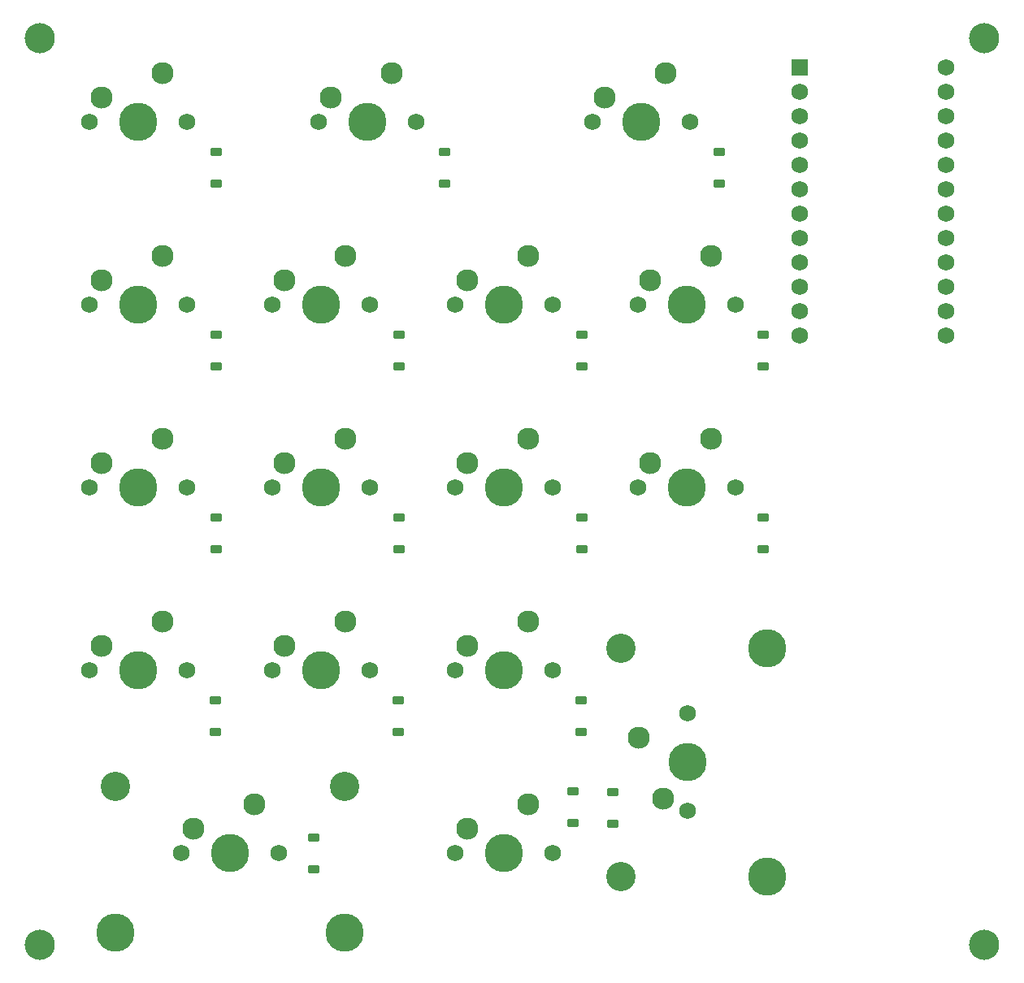
<source format=gbr>
%TF.GenerationSoftware,KiCad,Pcbnew,8.0.2*%
%TF.CreationDate,2024-06-01T15:04:53-05:00*%
%TF.ProjectId,KiCad Numpad,4b694361-6420-44e7-956d-7061642e6b69,rev?*%
%TF.SameCoordinates,Original*%
%TF.FileFunction,Soldermask,Bot*%
%TF.FilePolarity,Negative*%
%FSLAX46Y46*%
G04 Gerber Fmt 4.6, Leading zero omitted, Abs format (unit mm)*
G04 Created by KiCad (PCBNEW 8.0.2) date 2024-06-01 15:04:53*
%MOMM*%
%LPD*%
G01*
G04 APERTURE LIST*
G04 Aperture macros list*
%AMRoundRect*
0 Rectangle with rounded corners*
0 $1 Rounding radius*
0 $2 $3 $4 $5 $6 $7 $8 $9 X,Y pos of 4 corners*
0 Add a 4 corners polygon primitive as box body*
4,1,4,$2,$3,$4,$5,$6,$7,$8,$9,$2,$3,0*
0 Add four circle primitives for the rounded corners*
1,1,$1+$1,$2,$3*
1,1,$1+$1,$4,$5*
1,1,$1+$1,$6,$7*
1,1,$1+$1,$8,$9*
0 Add four rect primitives between the rounded corners*
20,1,$1+$1,$2,$3,$4,$5,0*
20,1,$1+$1,$4,$5,$6,$7,0*
20,1,$1+$1,$6,$7,$8,$9,0*
20,1,$1+$1,$8,$9,$2,$3,0*%
G04 Aperture macros list end*
%ADD10C,1.750000*%
%ADD11C,3.987800*%
%ADD12C,2.300000*%
%ADD13C,3.150000*%
%ADD14C,3.048000*%
%ADD15R,1.752600X1.752600*%
%ADD16C,1.752600*%
%ADD17RoundRect,0.225000X0.375000X-0.225000X0.375000X0.225000X-0.375000X0.225000X-0.375000X-0.225000X0*%
G04 APERTURE END LIST*
D10*
%TO.C,MX2*%
X123348750Y-79375000D03*
D11*
X128428750Y-79375000D03*
D10*
X133508750Y-79375000D03*
D12*
X124618750Y-76835000D03*
X130968750Y-74295000D03*
%TD*%
D10*
%TO.C,MX11*%
X137606250Y-117475000D03*
D11*
X142686250Y-117475000D03*
D10*
X147766250Y-117475000D03*
D12*
X138876250Y-114935000D03*
X145226250Y-112395000D03*
%TD*%
D13*
%TO.C,H1*%
X94297500Y-70643750D03*
%TD*%
D10*
%TO.C,MX6*%
X118580000Y-98425000D03*
D11*
X123660000Y-98425000D03*
D10*
X128740000Y-98425000D03*
D12*
X119850000Y-95885000D03*
X126200000Y-93345000D03*
%TD*%
D10*
%TO.C,MX10*%
X118580000Y-117475000D03*
D11*
X123660000Y-117475000D03*
D10*
X128740000Y-117475000D03*
D12*
X119850000Y-114935000D03*
X126200000Y-112395000D03*
%TD*%
D10*
%TO.C,MX3*%
X161840000Y-151192500D03*
D11*
X161840000Y-146112500D03*
D10*
X161840000Y-141032500D03*
D12*
X159300000Y-149922500D03*
X156760000Y-143572500D03*
%TD*%
D10*
%TO.C,MX16*%
X137636250Y-155575000D03*
D11*
X142716250Y-155575000D03*
D10*
X147796250Y-155575000D03*
D12*
X138906250Y-153035000D03*
X145256250Y-150495000D03*
%TD*%
D13*
%TO.C,H2*%
X192722500Y-70643750D03*
%TD*%
D10*
%TO.C,MX12*%
X156686250Y-98425000D03*
D11*
X161766250Y-98425000D03*
D10*
X166846250Y-98425000D03*
D12*
X157956250Y-95885000D03*
X164306250Y-93345000D03*
%TD*%
D10*
%TO.C,MX9*%
X99536250Y-117475000D03*
D11*
X104616250Y-117475000D03*
D10*
X109696250Y-117475000D03*
D12*
X100806250Y-114935000D03*
X107156250Y-112395000D03*
%TD*%
D10*
%TO.C,MX5*%
X99536250Y-98425000D03*
D11*
X104616250Y-98425000D03*
D10*
X109696250Y-98425000D03*
D12*
X100806250Y-95885000D03*
X107156250Y-93345000D03*
%TD*%
D10*
%TO.C,MX14*%
X118580000Y-136525000D03*
D11*
X123660000Y-136525000D03*
D10*
X128740000Y-136525000D03*
D12*
X119850000Y-133985000D03*
X126200000Y-131445000D03*
%TD*%
D13*
%TO.C,H3*%
X94297500Y-165100000D03*
%TD*%
D14*
%TO.C,S2*%
X154855000Y-158018750D03*
D11*
X170095000Y-158018750D03*
D14*
X154855000Y-134206250D03*
D11*
X170095000Y-134206250D03*
%TD*%
D10*
%TO.C,MX8*%
X156686250Y-117475000D03*
D11*
X161766250Y-117475000D03*
D10*
X166846250Y-117475000D03*
D12*
X157956250Y-114935000D03*
X164306250Y-112395000D03*
%TD*%
D15*
%TO.C,U1*%
X173513750Y-73660000D03*
D16*
X173513750Y-76200000D03*
X173513750Y-78740000D03*
X173513750Y-81280000D03*
X173513750Y-83820000D03*
X173513750Y-86360000D03*
X173513750Y-88900000D03*
X173513750Y-91440000D03*
X173513750Y-93980000D03*
X173513750Y-96520000D03*
X173513750Y-99060000D03*
X173513750Y-101600000D03*
X188753750Y-101600000D03*
X188753750Y-99060000D03*
X188753750Y-96520000D03*
X188753750Y-93980000D03*
X188753750Y-91440000D03*
X188753750Y-88900000D03*
X188753750Y-86360000D03*
X188753750Y-83820000D03*
X188753750Y-81280000D03*
X188753750Y-78740000D03*
X188753750Y-76200000D03*
X188753750Y-73660000D03*
%TD*%
D10*
%TO.C,MX7*%
X137606250Y-98425000D03*
D11*
X142686250Y-98425000D03*
D10*
X147766250Y-98425000D03*
D12*
X138876250Y-95885000D03*
X145226250Y-93345000D03*
%TD*%
D10*
%TO.C,MX13*%
X99530000Y-136525000D03*
D11*
X104610000Y-136525000D03*
D10*
X109690000Y-136525000D03*
D12*
X100800000Y-133985000D03*
X107150000Y-131445000D03*
%TD*%
D13*
%TO.C,H4*%
X192722500Y-165100000D03*
%TD*%
D10*
%TO.C,MX17*%
X109061250Y-155575000D03*
D11*
X114141250Y-155575000D03*
D10*
X119221250Y-155575000D03*
D12*
X110331250Y-153035000D03*
X116681250Y-150495000D03*
%TD*%
D10*
%TO.C,MX1*%
X99536250Y-79375000D03*
D11*
X104616250Y-79375000D03*
D10*
X109696250Y-79375000D03*
D12*
X100806250Y-76835000D03*
X107156250Y-74295000D03*
%TD*%
D10*
%TO.C,MX15*%
X137606250Y-136525000D03*
D11*
X142686250Y-136525000D03*
D10*
X147766250Y-136525000D03*
D12*
X138876250Y-133985000D03*
X145226250Y-131445000D03*
%TD*%
D10*
%TO.C,MX4*%
X151922500Y-79375000D03*
D11*
X157002500Y-79375000D03*
D10*
X162082500Y-79375000D03*
D12*
X153192500Y-76835000D03*
X159542500Y-74295000D03*
%TD*%
D14*
%TO.C,S3*%
X102235000Y-148590000D03*
D11*
X102235000Y-163830000D03*
D14*
X126047500Y-148590000D03*
D11*
X126047500Y-163830000D03*
%TD*%
D17*
%TO.C,D8*%
X169703750Y-123887500D03*
X169703750Y-120587500D03*
%TD*%
%TO.C,D2*%
X136525000Y-85787500D03*
X136525000Y-82487500D03*
%TD*%
%TO.C,D17*%
X122872500Y-157225000D03*
X122872500Y-153925000D03*
%TD*%
%TO.C,D7*%
X150812500Y-104837500D03*
X150812500Y-101537500D03*
%TD*%
%TO.C,D15*%
X150732500Y-142937500D03*
X150732500Y-139637500D03*
%TD*%
%TO.C,D16*%
X149860000Y-152462500D03*
X149860000Y-149162500D03*
%TD*%
%TO.C,D10*%
X131762500Y-123887500D03*
X131762500Y-120587500D03*
%TD*%
%TO.C,D6*%
X131762500Y-104837500D03*
X131762500Y-101537500D03*
%TD*%
%TO.C,D12*%
X169703750Y-104837500D03*
X169703750Y-101537500D03*
%TD*%
%TO.C,D5*%
X112712500Y-104837500D03*
X112712500Y-101537500D03*
%TD*%
%TO.C,D9*%
X112712500Y-123887500D03*
X112712500Y-120587500D03*
%TD*%
%TO.C,D13*%
X112632500Y-142937500D03*
X112632500Y-139637500D03*
%TD*%
%TO.C,D14*%
X131682500Y-142937500D03*
X131682500Y-139637500D03*
%TD*%
%TO.C,D11*%
X150812500Y-123887500D03*
X150812500Y-120587500D03*
%TD*%
%TO.C,D3*%
X153987500Y-152525000D03*
X153987500Y-149225000D03*
%TD*%
%TO.C,D1*%
X112712500Y-85787500D03*
X112712500Y-82487500D03*
%TD*%
%TO.C,D4*%
X165100000Y-85787500D03*
X165100000Y-82487500D03*
%TD*%
M02*

</source>
